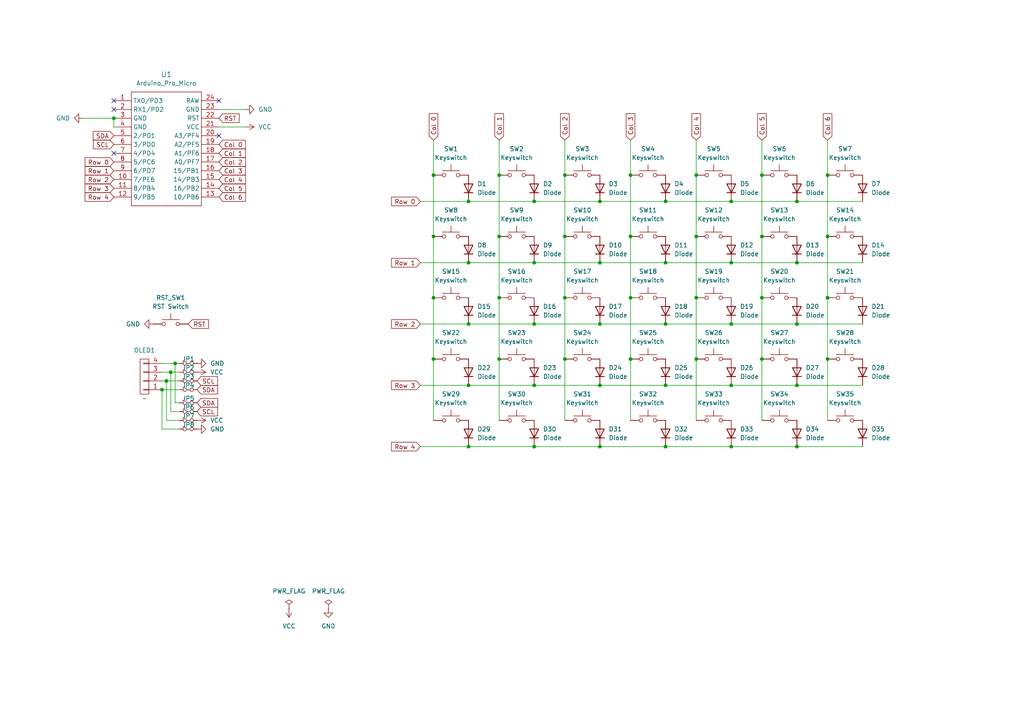
<source format=kicad_sch>
(kicad_sch (version 20230121) (generator eeschema)
  (paper "A4")
  (lib_symbols
    (symbol "Sigzil:Sigzil_Diode" (pin_numbers hide) (pin_names hide)
      (property "Reference" "D" (at 0 0 0))
      (property "Value" "Diode" (at 0 -5.08 0))
      (symbol "Sigzil_Diode_0_1"
        (polyline (pts (xy 0 -1.27) (xy 0 -3.81)) (stroke (width 0.254)))
        (polyline (pts (xy 2.54 -2.54) (xy 0 -2.54)))
        (polyline (pts (xy 2.54 -1.27) (xy 2.54 -3.81) (xy 0 -2.54) (xy 2.54 -1.27)) (stroke (width 0.254)))
      )
      (symbol "Sigzil_Diode_1_1"
        (pin passive line (at -2.54 -2.54 0) (length 2.54) (name "K") (number "1"))
        (pin passive line (at 5.08 -2.54 180) (length 2.54) (name "A") (number "2"))
      )
    )
    (symbol "Sigzil:Sigzil_Jumper" (pin_numbers hide) (pin_names hide)
      (property "Reference" "JP" (at 0 -1.27 0))
      (symbol "Sigzil_Jumper_0_1"
        (circle (center -1.016 0) (radius 0.508))
        (circle (center 1.016 0) (radius 0.508))
        (pin passive line (at -2.54 0 0) (length 1.016) (name "1") (number "1"))
        (pin passive line (at 2.54 0 180) (length 1.016) (name "2") (number "2"))
      )
    )
    (symbol "Sigzil:Sigzil_Keyswitch" (pin_numbers hide) (pin_names hide)
      (property "Reference" "SW" (at 2.54 2.54 0))
      (property "Value" "Keyswitch" (at 0 -2.54 0))
      (symbol "Sigzil_Keyswitch_0_1"
        (circle (center -2.032 0) (radius 0.508))
        (polyline (pts (xy 0 1.27) (xy 0 3.048)))
        (polyline (pts (xy 2.54 1.27) (xy -2.54 1.27)))
        (circle (center 2.032 0) (radius 0.508))
        (pin passive line (at -5.08 0 0) (length 2.54) (name "1") (number "1"))
        (pin passive line (at 5.08 0 180) (length 2.54) (name "2") (number "2"))
      )
    )
    (symbol "Sigzil:Sigzil_OLED" (pin_names hide)
      (property "Reference" "OLED1" (at 0 -7.62 0))
      (property "Value" "~" (at 0 6.35 0))
      (symbol "Sigzil_OLED_0_1"
        (rectangle (start -1.27 -3.683) (end 0.254 -3.937))
        (rectangle (start -1.27 -1.143) (end 0.254 -1.397))
        (rectangle (start -1.27 1.397) (end 0.254 1.143))
        (rectangle (start -1.27 3.937) (end 0.254 3.683))
        (rectangle (start -1.27 5.08) (end 1.27 -5.08))
      )
      (symbol "Sigzil_OLED_1_1"
        (pin passive line (at -5.08 3.81 0) (length 3.81) (name "P1") (number "1"))
        (pin passive line (at -5.08 1.27 0) (length 3.81) (name "P2") (number "2"))
        (pin passive line (at -5.08 -1.27 0) (length 3.81) (name "P3") (number "3"))
        (pin passive line (at -5.08 -3.81 0) (length 3.81) (name "P4") (number "4"))
      )
    )
    (symbol "Sigzil:Sigzil_Pro_Micro"
      (property "Reference" "U" (at 0 0 0))
      (property "Value" "Arduino_Pro_Micro" (at 0 -17.78 0))
      (symbol "Sigzil_Pro_Micro_0_1"
        (rectangle (start -10.16 16.51) (end 10.16 -16.51))
      )
      (symbol "Sigzil_Pro_Micro_1_1"
        (pin input line (at -15.24 13.97 0) (length 5.08) (name "TX0/PD3") (number "1"))
        (pin input line (at -15.24 -8.89 0) (length 5.08) (name "7/PE6") (number "10"))
        (pin input line (at -15.24 -11.43 0) (length 5.08) (name "8/PB4") (number "11"))
        (pin input line (at -15.24 -13.97 0) (length 5.08) (name "9/PB5") (number "12"))
        (pin input line (at 15.24 -13.97 180) (length 5.08) (name "10/PB6") (number "13"))
        (pin input line (at 15.24 -11.43 180) (length 5.08) (name "16/PB2") (number "14"))
        (pin input line (at 15.24 -8.89 180) (length 5.08) (name "14/PB3") (number "15"))
        (pin input line (at 15.24 -6.35 180) (length 5.08) (name "15/PB1") (number "16"))
        (pin input line (at 15.24 -3.81 180) (length 5.08) (name "A0/PF7") (number "17"))
        (pin input line (at 15.24 -1.27 180) (length 5.08) (name "A1/PF6") (number "18"))
        (pin input line (at 15.24 1.27 180) (length 5.08) (name "A2/PF5") (number "19"))
        (pin input line (at -15.24 11.43 0) (length 5.08) (name "RX1/PD2") (number "2"))
        (pin input line (at 15.24 3.81 180) (length 5.08) (name "A3/PF4") (number "20"))
        (pin input line (at 15.24 6.35 180) (length 5.08) (name "VCC") (number "21"))
        (pin input line (at 15.24 8.89 180) (length 5.08) (name "RST") (number "22"))
        (pin input line (at 15.24 11.43 180) (length 5.08) (name "GND") (number "23"))
        (pin input line (at 15.24 13.97 180) (length 5.08) (name "RAW") (number "24"))
        (pin input line (at -15.24 8.89 0) (length 5.08) (name "GND") (number "3"))
        (pin input line (at -15.24 6.35 0) (length 5.08) (name "GND") (number "4"))
        (pin input line (at -15.24 3.81 0) (length 5.08) (name "2/PD1") (number "5"))
        (pin input line (at -15.24 1.27 0) (length 5.08) (name "3/PD0") (number "6"))
        (pin input line (at -15.24 -1.27 0) (length 5.08) (name "4/PD4") (number "7"))
        (pin input line (at -15.24 -3.81 0) (length 5.08) (name "5/PC6") (number "8"))
        (pin input line (at -15.24 -6.35 0) (length 5.08) (name "6/PD7") (number "9"))
      )
    )
    (symbol "Sigzil:Sigzil_RST_Switch" (pin_numbers hide) (pin_names hide)
      (property "Reference" "RST_SW" (at 0 3.81 0))
      (property "Value" "RST Switch" (at 0 -2.54 0))
      (symbol "Sigzil_RST_Switch_0_1"
        (circle (center -2.032 0) (radius 0.508))
        (polyline (pts (xy 0 1.27) (xy 0 3.048)))
        (polyline (pts (xy 2.54 1.27) (xy -2.54 1.27)))
        (circle (center 2.032 0) (radius 0.508))
        (pin passive line (at -5.08 0 0) (length 2.54) (name "1") (number "1"))
        (pin passive line (at 5.08 0 180) (length 2.54) (name "2") (number "2"))
      )
    )
    (symbol "power:GND" (power) (pin_names (offset 0))
      (property "Value" "GND" (at 0 -3.81 0))
      (symbol "GND_0_1"
        (polyline (pts (xy 0 0) (xy 0 -1.27) (xy 1.27 -1.27) (xy 0 -2.54) (xy -1.27 -1.27) (xy 0 -1.27)))
      )
      (symbol "GND_1_1"
        (pin power_in line (at 0 0 270) (length 0) hide (name "GND") (number "1"))
      )
    )
    (symbol "power:PWR_FLAG" (power) (pin_numbers hide) (pin_names (offset 0) hide)
      (property "Value" "PWR_FLAG" (at 0 3.81 0))
      (symbol "PWR_FLAG_0_0"
        (pin power_out line (at 0 0 90) (length 0) (name "pwr") (number "1"))
      )
      (symbol "PWR_FLAG_0_1"
        (polyline (pts (xy 0 0) (xy 0 1.27) (xy -1.016 1.905) (xy 0 2.54) (xy 1.016 1.905) (xy 0 1.27)))
      )
    )
    (symbol "power:VCC" (power) (pin_names (offset 0))
      (property "Value" "VCC" (at 0 3.81 0))
      (symbol "VCC_0_1"
        (polyline (pts (xy -0.762 1.27) (xy 0 2.54)))
        (polyline (pts (xy 0 0) (xy 0 2.54)))
        (polyline (pts (xy 0 2.54) (xy 0.762 1.27)))
      )
      (symbol "VCC_1_1"
        (pin power_in line (at 0 0 90) (length 0) hide (name "VCC") (number "1"))
      )
    )
  )
  (junction (at 144.78 68.58))
  (junction (at 193.04 93.98))
  (junction (at 163.83 86.36))
  (junction (at 240.03 50.8))
  (junction (at 154.94 129.54))
  (junction (at 193.04 111.76))
  (junction (at 135.89 93.98))
  (junction (at 163.83 68.58))
  (junction (at 182.88 86.36))
  (junction (at 193.04 76.2))
  (junction (at 125.73 68.58))
  (junction (at 240.03 104.14))
  (junction (at 231.14 111.76))
  (junction (at 163.83 50.8))
  (junction (at 135.89 76.2))
  (junction (at 125.73 50.8))
  (junction (at 135.89 129.54))
  (junction (at 125.73 104.14))
  (junction (at 212.09 111.76))
  (junction (at 182.88 50.8))
  (junction (at 220.98 104.14))
  (junction (at 144.78 104.14))
  (junction (at 33.02 34.29))
  (junction (at 182.88 68.58))
  (junction (at 220.98 50.8))
  (junction (at 173.99 58.42))
  (junction (at 173.99 93.98))
  (junction (at 46.99 113.03))
  (junction (at 173.99 76.2))
  (junction (at 201.93 50.8))
  (junction (at 173.99 111.76))
  (junction (at 212.09 129.54))
  (junction (at 220.98 68.58))
  (junction (at 48.26 110.49))
  (junction (at 163.83 104.14))
  (junction (at 231.14 58.42))
  (junction (at 49.53 107.95))
  (junction (at 144.78 50.8))
  (junction (at 154.94 93.98))
  (junction (at 135.89 111.76))
  (junction (at 201.93 68.58))
  (junction (at 201.93 86.36))
  (junction (at 135.89 58.42))
  (junction (at 193.04 58.42))
  (junction (at 154.94 76.2))
  (junction (at 212.09 58.42))
  (junction (at 144.78 86.36))
  (junction (at 182.88 104.14))
  (junction (at 154.94 58.42))
  (junction (at 231.14 93.98))
  (junction (at 173.99 129.54))
  (junction (at 212.09 76.2))
  (junction (at 240.03 68.58))
  (junction (at 125.73 86.36))
  (junction (at 220.98 86.36))
  (junction (at 231.14 76.2))
  (junction (at 201.93 104.14))
  (junction (at 231.14 129.54))
  (junction (at 240.03 86.36))
  (junction (at 154.94 111.76))
  (junction (at 193.04 129.54))
  (junction (at 212.09 93.98))
  (junction (at 50.8 105.41))
  (no_connect (at 63.5 29.21))
  (no_connect (at 63.5 39.37))
  (no_connect (at 33.02 31.75))
  (no_connect (at 33.02 29.21))
  (no_connect (at 33.02 44.45))
  (wire (pts (xy 154.94 58.42) (xy 173.99 58.42)))
  (wire (pts (xy 50.8 116.84) (xy 50.8 105.41)))
  (wire (pts (xy 231.14 93.98) (xy 250.19 93.98)))
  (wire (pts (xy 193.04 58.42) (xy 212.09 58.42)))
  (wire (pts (xy 163.83 104.14) (xy 163.83 121.92)))
  (wire (pts (xy 48.26 110.49) (xy 48.26 121.92)))
  (wire (pts (xy 135.89 76.2) (xy 154.94 76.2)))
  (wire (pts (xy 163.83 50.8) (xy 163.83 68.58)))
  (wire (pts (xy 135.89 58.42) (xy 154.94 58.42)))
  (wire (pts (xy 220.98 40.64) (xy 220.98 50.8)))
  (wire (pts (xy 212.09 76.2) (xy 231.14 76.2)))
  (wire (pts (xy 48.26 110.49) (xy 52.07 110.49)))
  (wire (pts (xy 154.94 111.76) (xy 173.99 111.76)))
  (wire (pts (xy 193.04 93.98) (xy 212.09 93.98)))
  (wire (pts (xy 182.88 68.58) (xy 182.88 86.36)))
  (wire (pts (xy 125.73 104.14) (xy 125.73 121.92)))
  (wire (pts (xy 193.04 129.54) (xy 212.09 129.54)))
  (wire (pts (xy 231.14 111.76) (xy 250.19 111.76)))
  (wire (pts (xy 173.99 111.76) (xy 193.04 111.76)))
  (wire (pts (xy 46.99 110.49) (xy 48.26 110.49)))
  (wire (pts (xy 49.53 107.95) (xy 52.07 107.95)))
  (wire (pts (xy 173.99 76.2) (xy 193.04 76.2)))
  (wire (pts (xy 212.09 58.42) (xy 231.14 58.42)))
  (wire (pts (xy 144.78 104.14) (xy 144.78 121.92)))
  (wire (pts (xy 125.73 40.64) (xy 125.73 50.8)))
  (wire (pts (xy 48.26 121.92) (xy 52.07 121.92)))
  (wire (pts (xy 46.99 113.03) (xy 46.99 124.46)))
  (wire (pts (xy 163.83 40.64) (xy 163.83 50.8)))
  (wire (pts (xy 182.88 86.36) (xy 182.88 104.14)))
  (wire (pts (xy 231.14 58.42) (xy 250.19 58.42)))
  (wire (pts (xy 135.89 93.98) (xy 154.94 93.98)))
  (wire (pts (xy 182.88 50.8) (xy 182.88 68.58)))
  (wire (pts (xy 220.98 104.14) (xy 220.98 121.92)))
  (wire (pts (xy 163.83 86.36) (xy 163.83 104.14)))
  (wire (pts (xy 46.99 105.41) (xy 50.8 105.41)))
  (wire (pts (xy 240.03 68.58) (xy 240.03 86.36)))
  (wire (pts (xy 49.53 119.38) (xy 52.07 119.38)))
  (wire (pts (xy 46.99 124.46) (xy 52.07 124.46)))
  (wire (pts (xy 154.94 76.2) (xy 173.99 76.2)))
  (wire (pts (xy 220.98 68.58) (xy 220.98 86.36)))
  (wire (pts (xy 212.09 93.98) (xy 231.14 93.98)))
  (wire (pts (xy 135.89 111.76) (xy 154.94 111.76)))
  (wire (pts (xy 33.02 34.29) (xy 33.02 36.83)))
  (wire (pts (xy 144.78 50.8) (xy 144.78 68.58)))
  (wire (pts (xy 182.88 40.64) (xy 182.88 50.8)))
  (wire (pts (xy 212.09 129.54) (xy 231.14 129.54)))
  (wire (pts (xy 240.03 104.14) (xy 240.03 121.92)))
  (wire (pts (xy 121.92 58.42) (xy 135.89 58.42)))
  (wire (pts (xy 50.8 105.41) (xy 52.07 105.41)))
  (wire (pts (xy 125.73 68.58) (xy 125.73 86.36)))
  (wire (pts (xy 144.78 68.58) (xy 144.78 86.36)))
  (wire (pts (xy 201.93 68.58) (xy 201.93 86.36)))
  (wire (pts (xy 201.93 50.8) (xy 201.93 68.58)))
  (wire (pts (xy 220.98 86.36) (xy 220.98 104.14)))
  (wire (pts (xy 125.73 86.36) (xy 125.73 104.14)))
  (wire (pts (xy 154.94 129.54) (xy 173.99 129.54)))
  (wire (pts (xy 182.88 104.14) (xy 182.88 121.92)))
  (wire (pts (xy 125.73 50.8) (xy 125.73 68.58)))
  (wire (pts (xy 135.89 129.54) (xy 154.94 129.54)))
  (wire (pts (xy 121.92 93.98) (xy 135.89 93.98)))
  (wire (pts (xy 52.07 116.84) (xy 50.8 116.84)))
  (wire (pts (xy 240.03 50.8) (xy 240.03 68.58)))
  (wire (pts (xy 63.5 36.83) (xy 71.12 36.83)))
  (wire (pts (xy 163.83 68.58) (xy 163.83 86.36)))
  (wire (pts (xy 63.5 31.75) (xy 71.12 31.75)))
  (wire (pts (xy 193.04 76.2) (xy 212.09 76.2)))
  (wire (pts (xy 201.93 104.14) (xy 201.93 121.92)))
  (wire (pts (xy 144.78 86.36) (xy 144.78 104.14)))
  (wire (pts (xy 231.14 76.2) (xy 250.19 76.2)))
  (wire (pts (xy 212.09 111.76) (xy 231.14 111.76)))
  (wire (pts (xy 24.13 34.29) (xy 33.02 34.29)))
  (wire (pts (xy 144.78 40.64) (xy 144.78 50.8)))
  (wire (pts (xy 240.03 86.36) (xy 240.03 104.14)))
  (wire (pts (xy 46.99 107.95) (xy 49.53 107.95)))
  (wire (pts (xy 49.53 119.38) (xy 49.53 107.95)))
  (wire (pts (xy 201.93 40.64) (xy 201.93 50.8)))
  (wire (pts (xy 231.14 129.54) (xy 250.19 129.54)))
  (wire (pts (xy 173.99 93.98) (xy 193.04 93.98)))
  (wire (pts (xy 173.99 58.42) (xy 193.04 58.42)))
  (wire (pts (xy 46.99 113.03) (xy 52.07 113.03)))
  (wire (pts (xy 173.99 129.54) (xy 193.04 129.54)))
  (wire (pts (xy 240.03 40.64) (xy 240.03 50.8)))
  (wire (pts (xy 220.98 50.8) (xy 220.98 68.58)))
  (wire (pts (xy 193.04 111.76) (xy 212.09 111.76)))
  (wire (pts (xy 121.92 111.76) (xy 135.89 111.76)))
  (wire (pts (xy 121.92 129.54) (xy 135.89 129.54)))
  (wire (pts (xy 154.94 93.98) (xy 173.99 93.98)))
  (wire (pts (xy 121.92 76.2) (xy 135.89 76.2)))
  (wire (pts (xy 201.93 86.36) (xy 201.93 104.14)))
  (global_label "Col 3" (shape input) (at 182.88 40.64 90) (property "Intersheetrefs" "${INTERSHEET_REFS}" (effects hide)))
  (global_label "SCL" (shape input) (at 57.15 119.38 0) (property "Intersheetrefs" "${INTERSHEET_REFS}" (effects hide)))
  (global_label "SCL" (shape input) (at 33.02 41.91 180) (property "Intersheetrefs" "${INTERSHEET_REFS}" (effects hide)))
  (global_label "Row 4" (shape input) (at 121.92 129.54 180) (property "Intersheetrefs" "${INTERSHEET_REFS}" (effects hide)))
  (global_label "SDA" (shape input) (at 57.15 113.03 0) (property "Intersheetrefs" "${INTERSHEET_REFS}" (effects hide)))
  (global_label "Row 1" (shape input) (at 33.02 49.53 180) (property "Intersheetrefs" "${INTERSHEET_REFS}" (effects hide)))
  (global_label "Col 0" (shape input) (at 63.5 41.91 0) (property "Intersheetrefs" "${INTERSHEET_REFS}" (effects hide)))
  (global_label "RST" (shape input) (at 54.61 93.98 0) (property "Intersheetrefs" "${INTERSHEET_REFS}" (effects hide)))
  (global_label "Row 1" (shape input) (at 121.92 76.2 180) (property "Intersheetrefs" "${INTERSHEET_REFS}" (effects hide)))
  (global_label "Row 4" (shape input) (at 33.02 57.15 180) (property "Intersheetrefs" "${INTERSHEET_REFS}" (effects hide)))
  (global_label "Col 3" (shape input) (at 63.5 49.53 0) (property "Intersheetrefs" "${INTERSHEET_REFS}" (effects hide)))
  (global_label "Col 1" (shape input) (at 63.5 44.45 0) (property "Intersheetrefs" "${INTERSHEET_REFS}" (effects hide)))
  (global_label "Col 5" (shape input) (at 220.98 40.64 90) (property "Intersheetrefs" "${INTERSHEET_REFS}" (effects hide)))
  (global_label "Row 0" (shape input) (at 121.92 58.42 180) (property "Intersheetrefs" "${INTERSHEET_REFS}" (effects hide)))
  (global_label "Col 2" (shape input) (at 163.83 40.64 90) (property "Intersheetrefs" "${INTERSHEET_REFS}" (effects hide)))
  (global_label "Row 2" (shape input) (at 121.92 93.98 180) (property "Intersheetrefs" "${INTERSHEET_REFS}" (effects hide)))
  (global_label "Col 0" (shape input) (at 125.73 40.64 90) (property "Intersheetrefs" "${INTERSHEET_REFS}" (effects hide)))
  (global_label "Col 6" (shape input) (at 240.03 40.64 90) (property "Intersheetrefs" "${INTERSHEET_REFS}" (effects hide)))
  (global_label "Row 3" (shape input) (at 121.92 111.76 180) (property "Intersheetrefs" "${INTERSHEET_REFS}" (effects hide)))
  (global_label "Row 2" (shape input) (at 33.02 52.07 180) (property "Intersheetrefs" "${INTERSHEET_REFS}" (effects hide)))
  (global_label "SDA" (shape input) (at 33.02 39.37 180) (property "Intersheetrefs" "${INTERSHEET_REFS}" (effects hide)))
  (global_label "SCL" (shape input) (at 57.15 110.49 0) (property "Intersheetrefs" "${INTERSHEET_REFS}" (effects hide)))
  (global_label "Col 2" (shape input) (at 63.5 46.99 0) (property "Intersheetrefs" "${INTERSHEET_REFS}" (effects hide)))
  (global_label "Col 4" (shape input) (at 63.5 52.07 0) (property "Intersheetrefs" "${INTERSHEET_REFS}" (effects hide)))
  (global_label "Col 1" (shape input) (at 144.78 40.64 90) (property "Intersheetrefs" "${INTERSHEET_REFS}" (effects hide)))
  (global_label "Col 5" (shape input) (at 63.5 54.61 0) (property "Intersheetrefs" "${INTERSHEET_REFS}" (effects hide)))
  (global_label "Row 0" (shape input) (at 33.02 46.99 180) (property "Intersheetrefs" "${INTERSHEET_REFS}" (effects hide)))
  (global_label "RST" (shape input) (at 63.5 34.29 0) (property "Intersheetrefs" "${INTERSHEET_REFS}" (effects hide)))
  (global_label "Col 6" (shape input) (at 63.5 57.15 0) (property "Intersheetrefs" "${INTERSHEET_REFS}" (effects hide)))
  (global_label "Row 3" (shape input) (at 33.02 54.61 180) (property "Intersheetrefs" "${INTERSHEET_REFS}" (effects hide)))
  (global_label "SDA" (shape input) (at 57.15 116.84 0) (property "Intersheetrefs" "${INTERSHEET_REFS}" (effects hide)))
  (global_label "Col 4" (shape input) (at 201.93 40.64 90) (property "Intersheetrefs" "${INTERSHEET_REFS}" (effects hide)))
  (symbol (lib_id "Sigzil:Sigzil_Keyswitch") (at 226.06 50.8 0) (unit 1)
    (property "Reference" "SW6" (at 226.06 43.18 0))
    (property "Value" "Keyswitch" (at 226.06 45.72 0))
    (property "Footprint" "Sigzil:MX_PCB_1.00u" (effects hide))
  )
  (symbol (lib_id "Sigzil:Sigzil_Keyswitch") (at 187.96 121.92 0) (unit 1)
    (property "Reference" "SW32" (at 187.96 114.3 0))
    (property "Value" "Keyswitch" (at 187.96 116.84 0))
    (property "Footprint" "Sigzil:MX_PCB_1.00u" (effects hide))
  )
  (symbol (lib_id "Sigzil:Sigzil_Keyswitch") (at 187.96 68.58 0) (unit 1)
    (property "Reference" "SW11" (at 187.96 60.96 0))
    (property "Value" "Keyswitch" (at 187.96 63.5 0))
    (property "Footprint" "Sigzil:MX_PCB_1.00u" (effects hide))
  )
  (symbol (lib_id "Sigzil:Sigzil_Keyswitch") (at 149.86 86.36 0) (unit 1)
    (property "Reference" "SW16" (at 149.86 78.74 0))
    (property "Value" "Keyswitch" (at 149.86 81.28 0))
    (property "Footprint" "Sigzil:MX_PCB_1.00u" (effects hide))
  )
  (symbol (lib_id "Sigzil:Sigzil_OLED") (at 41.91 109.22 180) (unit 1)
    (property "Reference" "OLED1" (at 41.91 101.6 0))
    (property "Value" "~" (at 41.91 115.57 0))
    (property "Footprint" "Sigzil:OLED_4Pin" (effects hide))
  )
  (symbol (lib_id "Sigzil:Sigzil_Diode") (at 228.6 127 90) (unit 1)
    (property "Reference" "D34" (at 233.68 124.46 90) (effects (justify right)))
    (property "Value" "Diode" (at 233.68 127 90) (effects (justify right)))
    (property "Footprint" "Sigzil:Diode_TH_SOD123" (effects hide))
    (property "Sim.Device" "D" (effects hide))
    (property "Sim.Pins" "1=K 2=A" (effects hide))
  )
  (symbol (lib_id "Sigzil:Sigzil_Keyswitch") (at 245.11 121.92 0) (unit 1)
    (property "Reference" "SW35" (at 245.11 114.3 0))
    (property "Value" "Keyswitch" (at 245.11 116.84 0))
    (property "Footprint" "Sigzil:MX_PCB_1.25u_90deg" (effects hide))
  )
  (symbol (lib_id "Sigzil:Sigzil_Jumper") (at 54.61 113.03 0) (unit 1)
    (property "Reference" "JP4" (at 54.61 111.76 0))
    (property "Value" "~" (at 54.61 113.03 0))
    (property "Footprint" "Sigzil:Jumper" (effects hide))
  )
  (symbol (lib_id "Sigzil:Sigzil_RST_Switch") (at 49.53 93.98 0) (unit 1)
    (property "Reference" "RST_SW1" (at 49.53 86.36 0))
    (property "Value" "RST Switch" (at 49.53 88.9 0))
    (property "Footprint" "Sigzil:TACT_SWITCH_TVBP06" (effects hide))
  )
  (symbol (lib_id "Sigzil:Sigzil_Diode") (at 171.45 91.44 90) (unit 1)
    (property "Reference" "D17" (at 176.53 88.9 90) (effects (justify right)))
    (property "Value" "Diode" (at 176.53 91.44 90) (effects (justify right)))
    (property "Footprint" "Sigzil:Diode_TH_SOD123" (effects hide))
    (property "Sim.Device" "D" (effects hide))
    (property "Sim.Pins" "1=K 2=A" (effects hide))
  )
  (symbol (lib_id "Sigzil:Sigzil_Diode") (at 171.45 73.66 90) (unit 1)
    (property "Reference" "D10" (at 176.53 71.12 90) (effects (justify right)))
    (property "Value" "Diode" (at 176.53 73.66 90) (effects (justify right)))
    (property "Footprint" "Sigzil:Diode_TH_SOD123" (effects hide))
    (property "Sim.Device" "D" (effects hide))
    (property "Sim.Pins" "1=K 2=A" (effects hide))
  )
  (symbol (lib_id "Sigzil:Sigzil_Keyswitch") (at 168.91 104.14 0) (unit 1)
    (property "Reference" "SW24" (at 168.91 96.52 0))
    (property "Value" "Keyswitch" (at 168.91 99.06 0))
    (property "Footprint" "Sigzil:MX_PCB_1.00u" (effects hide))
  )
  (symbol (lib_id "Sigzil:Sigzil_Jumper") (at 54.61 107.95 0) (unit 1)
    (property "Reference" "JP2" (at 54.61 106.68 0))
    (property "Value" "~" (at 54.61 107.95 0))
    (property "Footprint" "Sigzil:Jumper" (effects hide))
  )
  (symbol (lib_id "Sigzil:Sigzil_Keyswitch") (at 207.01 68.58 0) (unit 1)
    (property "Reference" "SW12" (at 207.01 60.96 0))
    (property "Value" "Keyswitch" (at 207.01 63.5 0))
    (property "Footprint" "Sigzil:MX_PCB_1.00u" (effects hide))
  )
  (symbol (lib_id "Sigzil:Sigzil_Keyswitch") (at 187.96 104.14 0) (unit 1)
    (property "Reference" "SW25" (at 187.96 96.52 0))
    (property "Value" "Keyswitch" (at 187.96 99.06 0))
    (property "Footprint" "Sigzil:MX_PCB_1.00u" (effects hide))
  )
  (symbol (lib_id "Sigzil:Sigzil_Diode") (at 190.5 73.66 90) (unit 1)
    (property "Reference" "D11" (at 195.58 71.12 90) (effects (justify right)))
    (property "Value" "Diode" (at 195.58 73.66 90) (effects (justify right)))
    (property "Footprint" "Sigzil:Diode_TH_SOD123" (effects hide))
    (property "Sim.Device" "D" (effects hide))
    (property "Sim.Pins" "1=K 2=A" (effects hide))
  )
  (symbol (lib_id "Sigzil:Sigzil_Keyswitch") (at 245.11 68.58 0) (unit 1)
    (property "Reference" "SW14" (at 245.11 60.96 0))
    (property "Value" "Keyswitch" (at 245.11 63.5 0))
    (property "Footprint" "Sigzil:MX_PCB_1.25u" (effects hide))
  )
  (symbol (lib_id "Sigzil:Sigzil_Diode") (at 133.35 109.22 90) (unit 1)
    (property "Reference" "D22" (at 138.43 106.68 90) (effects (justify right)))
    (property "Value" "Diode" (at 138.43 109.22 90) (effects (justify right)))
    (property "Footprint" "Sigzil:Diode_TH_SOD123" (effects hide))
    (property "Sim.Device" "D" (effects hide))
    (property "Sim.Pins" "1=K 2=A" (effects hide))
  )
  (symbol (lib_id "Sigzil:Sigzil_Keyswitch") (at 187.96 86.36 0) (unit 1)
    (property "Reference" "SW18" (at 187.96 78.74 0))
    (property "Value" "Keyswitch" (at 187.96 81.28 0))
    (property "Footprint" "Sigzil:MX_PCB_1.00u" (effects hide))
  )
  (symbol (lib_id "power:VCC") (at 71.12 36.83 270) (unit 1)
    (property "Reference" "#PWR03" (effects hide))
    (property "Value" "VCC" (at 74.93 36.83 90) (effects (justify left)))
  )
  (symbol (lib_id "power:GND") (at 44.45 93.98 270) (unit 1)
    (property "Reference" "#PWR06" (effects hide))
    (property "Value" "GND" (at 40.64 93.98 90) (effects (justify right)))
  )
  (symbol (lib_id "Sigzil:Sigzil_Keyswitch") (at 226.06 121.92 0) (unit 1)
    (property "Reference" "SW34" (at 226.06 114.3 0))
    (property "Value" "Keyswitch" (at 226.06 116.84 0))
    (property "Footprint" "Sigzil:MX_PCB_1.25u_90deg" (effects hide))
  )
  (symbol (lib_id "Sigzil:Sigzil_Diode") (at 247.65 55.88 90) (unit 1)
    (property "Reference" "D7" (at 252.73 53.34 90) (effects (justify right)))
    (property "Value" "Diode" (at 252.73 55.88 90) (effects (justify right)))
    (property "Footprint" "Sigzil:Diode_TH_SOD123" (effects hide))
    (property "Sim.Device" "D" (effects hide))
    (property "Sim.Pins" "1=K 2=A" (effects hide))
  )
  (symbol (lib_id "Sigzil:Sigzil_Keyswitch") (at 245.11 50.8 0) (unit 1)
    (property "Reference" "SW7" (at 245.11 43.18 0))
    (property "Value" "Keyswitch" (at 245.11 45.72 0))
    (property "Footprint" "Sigzil:MX_PCB_1.00u" (effects hide))
  )
  (symbol (lib_id "Sigzil:Sigzil_Jumper") (at 54.61 116.84 0) (unit 1)
    (property "Reference" "JP5" (at 54.61 115.57 0))
    (property "Value" "~" (at 54.61 116.84 0))
    (property "Footprint" "Sigzil:Jumper" (effects hide))
  )
  (symbol (lib_id "Sigzil:Sigzil_Diode") (at 228.6 91.44 90) (unit 1)
    (property "Reference" "D20" (at 233.68 88.9 90) (effects (justify right)))
    (property "Value" "Diode" (at 233.68 91.44 90) (effects (justify right)))
    (property "Footprint" "Sigzil:Diode_TH_SOD123" (effects hide))
    (property "Sim.Device" "D" (effects hide))
    (property "Sim.Pins" "1=K 2=A" (effects hide))
  )
  (symbol (lib_id "power:GND") (at 24.13 34.29 270) (unit 1)
    (property "Reference" "#PWR01" (effects hide))
    (property "Value" "GND" (at 20.32 34.29 90) (effects (justify right)))
  )
  (symbol (lib_id "power:GND") (at 71.12 31.75 90) (unit 1)
    (property "Reference" "#PWR02" (effects hide))
    (property "Value" "GND" (at 74.93 31.75 90) (effects (justify right)))
  )
  (symbol (lib_id "Sigzil:Sigzil_Diode") (at 171.45 109.22 90) (unit 1)
    (property "Reference" "D24" (at 176.53 106.68 90) (effects (justify right)))
    (property "Value" "Diode" (at 176.53 109.22 90) (effects (justify right)))
    (property "Footprint" "Sigzil:Diode_TH_SOD123" (effects hide))
    (property "Sim.Device" "D" (effects hide))
    (property "Sim.Pins" "1=K 2=A" (effects hide))
  )
  (symbol (lib_id "Sigzil:Sigzil_Diode") (at 228.6 109.22 90) (unit 1)
    (property "Reference" "D27" (at 233.68 106.68 90) (effects (justify right)))
    (property "Value" "Diode" (at 233.68 109.22 90) (effects (justify right)))
    (property "Footprint" "Sigzil:Diode_TH_SOD123" (effects hide))
    (property "Sim.Device" "D" (effects hide))
    (property "Sim.Pins" "1=K 2=A" (effects hide))
  )
  (symbol (lib_id "Sigzil:Sigzil_Diode") (at 209.55 73.66 90) (unit 1)
    (property "Reference" "D12" (at 214.63 71.12 90) (effects (justify right)))
    (property "Value" "Diode" (at 214.63 73.66 90) (effects (justify right)))
    (property "Footprint" "Sigzil:Diode_TH_SOD123" (effects hide))
    (property "Sim.Device" "D" (effects hide))
    (property "Sim.Pins" "1=K 2=A" (effects hide))
  )
  (symbol (lib_id "Sigzil:Sigzil_Keyswitch") (at 207.01 121.92 0) (unit 1)
    (property "Reference" "SW33" (at 207.01 114.3 0))
    (property "Value" "Keyswitch" (at 207.01 116.84 0))
    (property "Footprint" "Sigzil:MX_PCB_1.25u" (effects hide))
  )
  (symbol (lib_id "Sigzil:Sigzil_Diode") (at 209.55 109.22 90) (unit 1)
    (property "Reference" "D26" (at 214.63 106.68 90) (effects (justify right)))
    (property "Value" "Diode" (at 214.63 109.22 90) (effects (justify right)))
    (property "Footprint" "Sigzil:Diode_TH_SOD123" (effects hide))
    (property "Sim.Device" "D" (effects hide))
    (property "Sim.Pins" "1=K 2=A" (effects hide))
  )
  (symbol (lib_id "power:GND") (at 57.15 124.46 90) (unit 1)
    (property "Reference" "#PWR010" (effects hide))
    (property "Value" "GND" (at 60.96 124.46 90) (effects (justify right)))
  )
  (symbol (lib_id "Sigzil:Sigzil_Diode") (at 133.35 127 90) (unit 1)
    (property "Reference" "D29" (at 138.43 124.46 90) (effects (justify right)))
    (property "Value" "Diode" (at 138.43 127 90) (effects (justify right)))
    (property "Footprint" "Sigzil:Diode_TH_SOD123" (effects hide))
    (property "Sim.Device" "D" (effects hide))
    (property "Sim.Pins" "1=K 2=A" (effects hide))
  )
  (symbol (lib_id "power:GND") (at 95.25 176.53 0) (unit 1)
    (property "Reference" "#PWR05" (effects hide))
    (property "Value" "GND" (at 95.25 181.61 0))
  )
  (symbol (lib_id "Sigzil:Sigzil_Diode") (at 247.65 109.22 90) (unit 1)
    (property "Reference" "D28" (at 252.73 106.68 90) (effects (justify right)))
    (property "Value" "Diode" (at 252.73 109.22 90) (effects (justify right)))
    (property "Footprint" "Sigzil:Diode_TH_SOD123" (effects hide))
    (property "Sim.Device" "D" (effects hide))
    (property "Sim.Pins" "1=K 2=A" (effects hide))
  )
  (symbol (lib_id "Sigzil:Sigzil_Keyswitch") (at 149.86 50.8 0) (unit 1)
    (property "Reference" "SW2" (at 149.86 43.18 0))
    (property "Value" "Keyswitch" (at 149.86 45.72 0))
    (property "Footprint" "Sigzil:MX_PCB_1.00u" (effects hide))
  )
  (symbol (lib_id "Sigzil:Sigzil_Keyswitch") (at 245.11 104.14 0) (unit 1)
    (property "Reference" "SW28" (at 245.11 96.52 0))
    (property "Value" "Keyswitch" (at 245.11 99.06 0))
    (property "Footprint" "Sigzil:MX_PCB_1.00u" (effects hide))
  )
  (symbol (lib_id "Sigzil:Sigzil_Keyswitch") (at 207.01 86.36 0) (unit 1)
    (property "Reference" "SW19" (at 207.01 78.74 0))
    (property "Value" "Keyswitch" (at 207.01 81.28 0))
    (property "Footprint" "Sigzil:MX_PCB_1.00u" (effects hide))
  )
  (symbol (lib_id "Sigzil:Sigzil_Keyswitch") (at 130.81 50.8 0) (unit 1)
    (property "Reference" "SW1" (at 130.81 43.18 0))
    (property "Value" "Keyswitch" (at 130.81 45.72 0))
    (property "Footprint" "Sigzil:MX_PCB_1.25u" (effects hide))
  )
  (symbol (lib_id "Sigzil:Sigzil_Diode") (at 247.65 127 90) (unit 1)
    (property "Reference" "D35" (at 252.73 124.46 90) (effects (justify right)))
    (property "Value" "Diode" (at 252.73 127 90) (effects (justify right)))
    (property "Footprint" "Sigzil:Diode_TH_SOD123" (effects hide))
    (property "Sim.Device" "D" (effects hide))
    (property "Sim.Pins" "1=K 2=A" (effects hide))
  )
  (symbol (lib_id "Sigzil:Sigzil_Diode") (at 228.6 73.66 90) (unit 1)
    (property "Reference" "D13" (at 233.68 71.12 90) (effects (justify right)))
    (property "Value" "Diode" (at 233.68 73.66 90) (effects (justify right)))
    (property "Footprint" "Sigzil:Diode_TH_SOD123" (effects hide))
    (property "Sim.Device" "D" (effects hide))
    (property "Sim.Pins" "1=K 2=A" (effects hide))
  )
  (symbol (lib_id "Sigzil:Sigzil_Diode") (at 152.4 109.22 90) (unit 1)
    (property "Reference" "D23" (at 157.48 106.68 90) (effects (justify right)))
    (property "Value" "Diode" (at 157.48 109.22 90) (effects (justify right)))
    (property "Footprint" "Sigzil:Diode_TH_SOD123" (effects hide))
    (property "Sim.Device" "D" (effects hide))
    (property "Sim.Pins" "1=K 2=A" (effects hide))
  )
  (symbol (lib_id "Sigzil:Sigzil_Diode") (at 228.6 55.88 90) (unit 1)
    (property "Reference" "D6" (at 233.68 53.34 90) (effects (justify right)))
    (property "Value" "Diode" (at 233.68 55.88 90) (effects (justify right)))
    (property "Footprint" "Sigzil:Diode_TH_SOD123" (effects hide))
    (property "Sim.Device" "D" (effects hide))
    (property "Sim.Pins" "1=K 2=A" (effects hide))
  )
  (symbol (lib_id "power:GND") (at 57.15 105.41 90) (unit 1)
    (property "Reference" "#PWR07" (effects hide))
    (property "Value" "GND" (at 60.96 105.41 90) (effects (justify right)))
  )
  (symbol (lib_id "Sigzil:Sigzil_Keyswitch") (at 245.11 86.36 0) (unit 1)
    (property "Reference" "SW21" (at 245.11 78.74 0))
    (property "Value" "Keyswitch" (at 245.11 81.28 0))
    (property "Footprint" "Sigzil:MX_PCB_1.00u" (effects hide))
  )
  (symbol (lib_id "Sigzil:Sigzil_Keyswitch") (at 168.91 50.8 0) (unit 1)
    (property "Reference" "SW3" (at 168.91 43.18 0))
    (property "Value" "Keyswitch" (at 168.91 45.72 0))
    (property "Footprint" "Sigzil:MX_PCB_1.00u" (effects hide))
  )
  (symbol (lib_id "Sigzil:Sigzil_Keyswitch") (at 168.91 121.92 0) (unit 1)
    (property "Reference" "SW31" (at 168.91 114.3 0))
    (property "Value" "Keyswitch" (at 168.91 116.84 0))
    (property "Footprint" "Sigzil:MX_PCB_1.00u" (effects hide))
  )
  (symbol (lib_id "Sigzil:Sigzil_Keyswitch") (at 130.81 121.92 0) (unit 1)
    (property "Reference" "SW29" (at 130.81 114.3 0))
    (property "Value" "Keyswitch" (at 130.81 116.84 0))
    (property "Footprint" "Sigzil:MX_PCB_1.00u" (effects hide))
  )
  (symbol (lib_id "Sigzil:Sigzil_Keyswitch") (at 149.86 104.14 0) (unit 1)
    (property "Reference" "SW23" (at 149.86 96.52 0))
    (property "Value" "Keyswitch" (at 149.86 99.06 0))
    (property "Footprint" "Sigzil:MX_PCB_1.00u" (effects hide))
  )
  (symbol (lib_id "Sigzil:Sigzil_Diode") (at 171.45 127 90) (unit 1)
    (property "Reference" "D31" (at 176.53 124.46 90) (effects (justify right)))
    (property "Value" "Diode" (at 176.53 127 90) (effects (justify right)))
    (property "Footprint" "Sigzil:Diode_TH_SOD123" (effects hide))
    (property "Sim.Device" "D" (effects hide))
    (property "Sim.Pins" "1=K 2=A" (effects hide))
  )
  (symbol (lib_id "Sigzil:Sigzil_Diode") (at 247.65 91.44 90) (unit 1)
    (property "Reference" "D21" (at 252.73 88.9 90) (effects (justify right)))
    (property "Value" "Diode" (at 252.73 91.44 90) (effects (justify right)))
    (property "Footprint" "Sigzil:Diode_TH_SOD123" (effects hide))
    (property "Sim.Device" "D" (effects hide))
    (property "Sim.Pins" "1=K 2=A" (effects hide))
  )
  (symbol (lib_id "Sigzil:Sigzil_Keyswitch") (at 226.06 86.36 0) (unit 1)
    (property "Reference" "SW20" (at 226.06 78.74 0))
    (property "Value" "Keyswitch" (at 226.06 81.28 0))
    (property "Footprint" "Sigzil:MX_PCB_1.00u" (effects hide))
  )
  (symbol (lib_id "power:VCC") (at 83.82 176.53 180) (unit 1)
    (property "Reference" "#PWR04" (effects hide))
    (property "Value" "VCC" (at 83.82 181.61 0))
  )
  (symbol (lib_id "Sigzil:Sigzil_Keyswitch") (at 130.81 68.58 0) (unit 1)
    (property "Reference" "SW8" (at 130.81 60.96 0))
    (property "Value" "Keyswitch" (at 130.81 63.5 0))
    (property "Footprint" "Sigzil:MX_PCB_1.25u" (effects hide))
  )
  (symbol (lib_id "power:PWR_FLAG") (at 83.82 176.53 0) (unit 1)
    (property "Reference" "#FLG01" (effects hide))
    (property "Value" "PWR_FLAG" (at 83.82 171.45 0))
  )
  (symbol (lib_id "Sigzil:Sigzil_Keyswitch") (at 226.06 68.58 0) (unit 1)
    (property "Reference" "SW13" (at 226.06 60.96 0))
    (property "Value" "Keyswitch" (at 226.06 63.5 0))
    (property "Footprint" "Sigzil:MX_PCB_1.00u" (effects hide))
  )
  (symbol (lib_id "Sigzil:Sigzil_Diode") (at 190.5 127 90) (unit 1)
    (property "Reference" "D32" (at 195.58 124.46 90) (effects (justify right)))
    (property "Value" "Diode" (at 195.58 127 90) (effects (justify right)))
    (property "Footprint" "Sigzil:Diode_TH_SOD123" (effects hide))
    (property "Sim.Device" "D" (effects hide))
    (property "Sim.Pins" "1=K 2=A" (effects hide))
  )
  (symbol (lib_id "Sigzil:Sigzil_Diode") (at 171.45 55.88 90) (unit 1)
    (property "Reference" "D3" (at 176.53 53.34 90) (effects (justify right)))
    (property "Value" "Diode" (at 176.53 55.88 90) (effects (justify right)))
    (property "Footprint" "Sigzil:Diode_TH_SOD123" (effects hide))
    (property "Sim.Device" "D" (effects hide))
    (property "Sim.Pins" "1=K 2=A" (effects hide))
  )
  (symbol (lib_id "power:VCC") (at 57.15 121.92 270) (unit 1)
    (property "Reference" "#PWR09" (effects hide))
    (property "Value" "VCC" (at 60.96 121.92 90) (effects (justify left)))
  )
  (symbol (lib_id "Sigzil:Sigzil_Keyswitch") (at 130.81 86.36 0) (unit 1)
    (property "Reference" "SW15" (at 130.81 78.74 0))
    (property "Value" "Keyswitch" (at 130.81 81.28 0))
    (property "Footprint" "Sigzil:MX_PCB_1.25u" (effects hide))
  )
  (symbol (lib_id "power:PWR_FLAG") (at 95.25 176.53 0) (unit 1)
    (property "Reference" "#FLG02" (effects hide))
    (property "Value" "PWR_FLAG" (at 95.25 171.45 0))
  )
  (symbol (lib_id "Sigzil:Sigzil_Jumper") (at 54.61 121.92 0) (unit 1)
    (property "Reference" "JP7" (at 54.61 120.65 0))
    (property "Value" "~" (at 54.61 121.92 0))
    (property "Footprint" "Sigzil:Jumper" (effects hide))
  )
  (symbol (lib_id "Sigzil:Sigzil_Keyswitch") (at 226.06 104.14 0) (unit 1)
    (property "Reference" "SW27" (at 226.06 96.52 0))
    (property "Value" "Keyswitch" (at 226.06 99.06 0))
    (property "Footprint" "Sigzil:MX_PCB_1.00u" (effects hide))
  )
  (symbol (lib_id "Sigzil:Sigzil_Jumper") (at 54.61 110.49 0) (unit 1)
    (property "Reference" "JP3" (at 54.61 109.22 0))
    (property "Value" "~" (at 54.61 110.49 0))
    (property "Footprint" "Sigzil:Jumper" (effects hide))
  )
  (symbol (lib_id "Sigzil:Sigzil_Keyswitch") (at 207.01 50.8 0) (unit 1)
    (property "Reference" "SW5" (at 207.01 43.18 0))
    (property "Value" "Keyswitch" (at 207.01 45.72 0))
    (property "Footprint" "Sigzil:MX_PCB_1.00u" (effects hide))
  )
  (symbol (lib_id "Sigzil:Sigzil_Diode") (at 152.4 55.88 90) (unit 1)
    (property "Reference" "D2" (at 157.48 53.34 90) (effects (justify right)))
    (property "Value" "Diode" (at 157.48 55.88 90) (effects (justify right)))
    (property "Footprint" "Sigzil:Diode_TH_SOD123" (effects hide))
    (property "Sim.Device" "D" (effects hide))
    (property "Sim.Pins" "1=K 2=A" (effects hide))
  )
  (symbol (lib_id "Sigzil:Sigzil_Jumper") (at 54.61 124.46 0) (unit 1)
    (property "Reference" "JP8" (at 54.61 123.19 0))
    (property "Value" "~" (at 54.61 124.46 0))
    (property "Footprint" "Sigzil:Jumper" (effects hide))
  )
  (symbol (lib_id "Sigzil:Sigzil_Keyswitch") (at 149.86 121.92 0) (unit 1)
    (property "Reference" "SW30" (at 149.86 114.3 0))
    (property "Value" "Keyswitch" (at 149.86 116.84 0))
    (property "Footprint" "Sigzil:MX_PCB_1.00u" (effects hide))
  )
  (symbol (lib_id "Sigzil:Sigzil_Keyswitch") (at 168.91 86.36 0) (unit 1)
    (property "Reference" "SW17" (at 168.91 78.74 0))
    (property "Value" "Keyswitch" (at 168.91 81.28 0))
    (property "Footprint" "Sigzil:MX_PCB_1.00u" (effects hide))
  )
  (symbol (lib_id "Sigzil:Sigzil_Diode") (at 247.65 73.66 90) (unit 1)
    (property "Reference" "D14" (at 252.73 71.12 90) (effects (justify right)))
    (property "Value" "Diode" (at 252.73 73.66 90) (effects (justify right)))
    (property "Footprint" "Sigzil:Diode_TH_SOD123" (effects hide))
    (property "Sim.Device" "D" (effects hide))
    (property "Sim.Pins" "1=K 2=A" (effects hide))
  )
  (symbol (lib_id "Sigzil:Sigzil_Keyswitch") (at 130.81 104.14 0) (unit 1)
    (property "Reference" "SW22" (at 130.81 96.52 0))
    (property "Value" "Keyswitch" (at 130.81 99.06 0))
    (property "Footprint" "Sigzil:MX_PCB_1.25u" (effects hide))
  )
  (symbol (lib_id "Sigzil:Sigzil_Diode") (at 152.4 127 90) (unit 1)
    (property "Reference" "D30" (at 157.48 124.46 90) (effects (justify right)))
    (property "Value" "Diode" (at 157.48 127 90) (effects (justify right)))
    (property "Footprint" "Sigzil:Diode_TH_SOD123" (effects hide))
    (property "Sim.Device" "D" (effects hide))
    (property "Sim.Pins" "1=K 2=A" (effects hide))
  )
  (symbol (lib_id "Sigzil:Sigzil_Keyswitch") (at 187.96 50.8 0) (unit 1)
    (property "Reference" "SW4" (at 187.96 43.18 0))
    (property "Value" "Keyswitch" (at 187.96 45.72 0))
    (property "Footprint" "Sigzil:MX_PCB_1.00u" (effects hide))
  )
  (symbol (lib_id "power:VCC") (at 57.15 107.95 270) (unit 1)
    (property "Reference" "#PWR08" (effects hide))
    (property "Value" "VCC" (at 60.96 107.95 90) (effects (justify left)))
  )
  (symbol (lib_id "Sigzil:Sigzil_Jumper") (at 54.61 105.41 0) (unit 1)
    (property "Reference" "JP1" (at 54.61 104.14 0))
    (property "Value" "~" (at 54.61 105.41 0))
    (property "Footprint" "Sigzil:Jumper" (effects hide))
  )
  (symbol (lib_id "Sigzil:Sigzil_Diode") (at 209.55 55.88 90) (unit 1)
    (property "Reference" "D5" (at 214.63 53.34 90) (effects (justify right)))
    (property "Value" "Diode" (at 214.63 55.88 90) (effects (justify right)))
    (property "Footprint" "Sigzil:Diode_TH_SOD123" (effects hide))
    (property "Sim.Device" "D" (effects hide))
    (property "Sim.Pins" "1=K 2=A" (effects hide))
  )
  (symbol (lib_id "Sigzil:Sigzil_Diode") (at 190.5 55.88 90) (unit 1)
    (property "Reference" "D4" (at 195.58 53.34 90) (effects (justify right)))
    (property "Value" "Diode" (at 195.58 55.88 90) (effects (justify right)))
    (property "Footprint" "Sigzil:Diode_TH_SOD123" (effects hide))
    (property "Sim.Device" "D" (effects hide))
    (property "Sim.Pins" "1=K 2=A" (effects hide))
  )
  (symbol (lib_id "Sigzil:Sigzil_Diode") (at 209.55 91.44 90) (unit 1)
    (property "Reference" "D19" (at 214.63 88.9 90) (effects (justify right)))
    (property "Value" "Diode" (at 214.63 91.44 90) (effects (justify right)))
    (property "Footprint" "Sigzil:Diode_TH_SOD123" (effects hide))
    (property "Sim.Device" "D" (effects hide))
    (property "Sim.Pins" "1=K 2=A" (effects hide))
  )
  (symbol (lib_id "Sigzil:Sigzil_Diode") (at 133.35 91.44 90) (unit 1)
    (property "Reference" "D15" (at 138.43 88.9 90) (effects (justify right)))
    (property "Value" "Diode" (at 138.43 91.44 90) (effects (justify right)))
    (property "Footprint" "Sigzil:Diode_TH_SOD123" (effects hide))
    (property "Sim.Device" "D" (effects hide))
    (property "Sim.Pins" "1=K 2=A" (effects hide))
  )
  (symbol (lib_id "Sigzil:Sigzil_Pro_Micro") (at 48.26 43.18 0) (unit 1)
    (property "Reference" "U1" (at 48.26 21.59 0) (effects (font (size 1.524 1.524))))
    (property "Value" "Arduino_Pro_Micro" (at 48.26 24.13 0))
    (property "Footprint" "Sigzil:ProMicro" (effects hide))
  )
  (symbol (lib_id "Sigzil:Sigzil_Diode") (at 190.5 109.22 90) (unit 1)
    (property "Reference" "D25" (at 195.58 106.68 90) (effects (justify right)))
    (property "Value" "Diode" (at 195.58 109.22 90) (effects (justify right)))
    (property "Footprint" "Sigzil:Diode_TH_SOD123" (effects hide))
    (property "Sim.Device" "D" (effects hide))
    (property "Sim.Pins" "1=K 2=A" (effects hide))
  )
  (symbol (lib_id "Sigzil:Sigzil_Diode") (at 190.5 91.44 90) (unit 1)
    (property "Reference" "D18" (at 195.58 88.9 90) (effects (justify right)))
    (property "Value" "Diode" (at 195.58 91.44 90) (effects (justify right)))
    (property "Footprint" "Sigzil:Diode_TH_SOD123" (effects hide))
    (property "Sim.Device" "D" (effects hide))
    (property "Sim.Pins" "1=K 2=A" (effects hide))
  )
  (symbol (lib_id "Sigzil:Sigzil_Diode") (at 133.35 55.88 90) (unit 1)
    (property "Reference" "D1" (at 138.43 53.34 90) (effects (justify right)))
    (property "Value" "Diode" (at 138.43 55.88 90) (effects (justify right)))
    (property "Footprint" "Sigzil:Diode_TH_SOD123" (effects hide))
    (property "Sim.Device" "D" (effects hide))
    (property "Sim.Pins" "1=K 2=A" (effects hide))
  )
  (symbol (lib_id "Sigzil:Sigzil_Keyswitch") (at 168.91 68.58 0) (unit 1)
    (property "Reference" "SW10" (at 168.91 60.96 0))
    (property "Value" "Keyswitch" (at 168.91 63.5 0))
    (property "Footprint" "Sigzil:MX_PCB_1.00u" (effects hide))
  )
  (symbol (lib_id "Sigzil:Sigzil_Diode") (at 152.4 73.66 90) (unit 1)
    (property "Reference" "D9" (at 157.48 71.12 90) (effects (justify right)))
    (property "Value" "Diode" (at 157.48 73.66 90) (effects (justify right)))
    (property "Footprint" "Sigzil:Diode_TH_SOD123" (effects hide))
    (property "Sim.Device" "D" (effects hide))
    (property "Sim.Pins" "1=K 2=A" (effects hide))
  )
  (symbol (lib_id "Sigzil:Sigzil_Diode") (at 209.55 127 90) (unit 1)
    (property "Reference" "D33" (at 214.63 124.46 90) (effects (justify right)))
    (property "Value" "Diode" (at 214.63 127 90) (effects (justify right)))
    (property "Footprint" "Sigzil:Diode_TH_SOD123" (effects hide))
    (property "Sim.Device" "D" (effects hide))
    (property "Sim.Pins" "1=K 2=A" (effects hide))
  )
  (symbol (lib_id "Sigzil:Sigzil_Diode") (at 133.35 73.66 90) (unit 1)
    (property "Reference" "D8" (at 138.43 71.12 90) (effects (justify right)))
    (property "Value" "Diode" (at 138.43 73.66 90) (effects (justify right)))
    (property "Footprint" "Sigzil:Diode_TH_SOD123" (effects hide))
    (property "Sim.Device" "D" (effects hide))
    (property "Sim.Pins" "1=K 2=A" (effects hide))
  )
  (symbol (lib_id "Sigzil:Sigzil_Jumper") (at 54.61 119.38 0) (unit 1)
    (property "Reference" "JP6" (at 54.61 118.11 0))
    (property "Value" "~" (at 54.61 119.38 0))
    (property "Footprint" "Sigzil:Jumper" (effects hide))
  )
  (symbol (lib_id "Sigzil:Sigzil_Diode") (at 152.4 91.44 90) (unit 1)
    (property "Reference" "D16" (at 157.48 88.9 90) (effects (justify right)))
    (property "Value" "Diode" (at 157.48 91.44 90) (effects (justify right)))
    (property "Footprint" "Sigzil:Diode_TH_SOD123" (effects hide))
    (property "Sim.Device" "D" (effects hide))
    (property "Sim.Pins" "1=K 2=A" (effects hide))
  )
  (symbol (lib_id "Sigzil:Sigzil_Keyswitch") (at 149.86 68.58 0) (unit 1)
    (property "Reference" "SW9" (at 149.86 60.96 0))
    (property "Value" "Keyswitch" (at 149.86 63.5 0))
    (property "Footprint" "Sigzil:MX_PCB_1.00u" (effects hide))
  )
  (symbol (lib_id "Sigzil:Sigzil_Keyswitch") (at 207.01 104.14 0) (unit 1)
    (property "Reference" "SW26" (at 207.01 96.52 0))
    (property "Value" "Keyswitch" (at 207.01 99.06 0))
    (property "Footprint" "Sigzil:MX_PCB_1.00u" (effects hide))
  )
)
</source>
